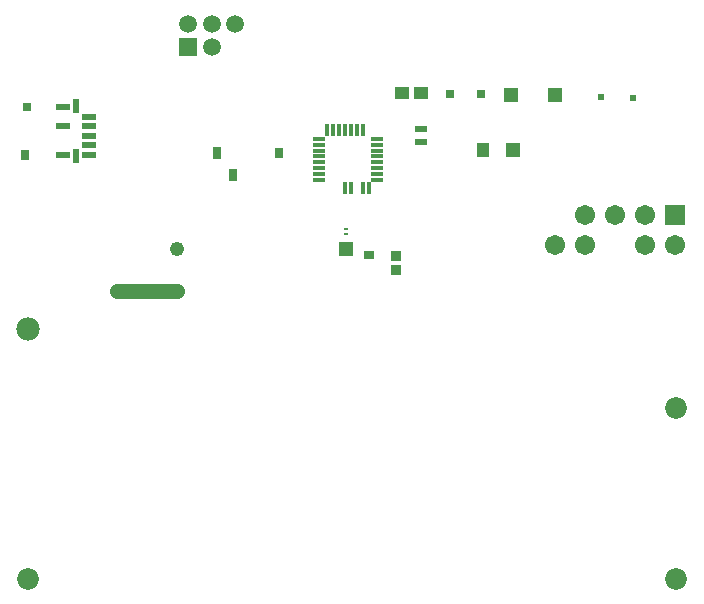
<source format=gts>
G04*
G04 #@! TF.GenerationSoftware,Altium Limited,Altium Designer,23.0.1 (38)*
G04*
G04 Layer_Color=8388736*
%FSLAX43Y43*%
%MOMM*%
G71*
G04*
G04 #@! TF.SameCoordinates,06591997-4E22-4AB0-80C0-D558F8CFEC8B*
G04*
G04*
G04 #@! TF.FilePolarity,Negative*
G04*
G01*
G75*
%ADD14R,0.800X1.000*%
%ADD15R,1.000X0.500*%
%ADD16R,1.145X0.550*%
%ADD17R,0.550X1.145*%
%ADD20R,0.400X0.210*%
%ADD21R,0.858X0.806*%
%ADD22R,1.158X1.012*%
%ADD23R,0.750X0.900*%
%ADD24R,0.700X0.650*%
%ADD26R,1.012X1.208*%
%ADD28R,0.700X0.650*%
%ADD29R,0.759X0.812*%
%ADD30R,0.520X0.520*%
%ADD31R,0.700X0.700*%
%ADD33R,0.812X0.759*%
%ADD34R,0.453X1.053*%
%ADD35R,1.053X0.453*%
%ADD36R,1.303X1.153*%
%ADD37R,1.253X1.153*%
%ADD38C,1.219*%
%ADD39C,1.270*%
%ADD40C,1.840*%
%ADD41C,1.980*%
%ADD42R,1.503X1.503*%
%ADD43C,1.503*%
%ADD44C,1.703*%
%ADD45R,1.703X1.703*%
D14*
X50862Y110374D02*
D03*
X52262Y108574D02*
D03*
D15*
X68199Y112437D02*
D03*
Y111337D02*
D03*
D16*
X37891Y114268D02*
D03*
Y112668D02*
D03*
Y110268D02*
D03*
X40086D02*
D03*
Y111068D02*
D03*
Y111868D02*
D03*
Y112668D02*
D03*
Y113468D02*
D03*
D17*
X38989Y110171D02*
D03*
Y114366D02*
D03*
D20*
X61849Y103979D02*
D03*
Y103539D02*
D03*
D21*
X66040Y101718D02*
D03*
Y100466D02*
D03*
D22*
X68199Y115443D02*
D03*
X66545D02*
D03*
D23*
X34636Y110236D02*
D03*
D24*
X34813Y114300D02*
D03*
D26*
X73406Y110617D02*
D03*
D28*
X70612Y115356D02*
D03*
D29*
X56134Y110363D02*
D03*
D30*
X86106Y115062D02*
D03*
X83439Y115100D02*
D03*
D31*
X73279Y115381D02*
D03*
D33*
X63762Y101727D02*
D03*
D34*
X60226Y112305D02*
D03*
X60726D02*
D03*
X61226D02*
D03*
X61726D02*
D03*
X62226D02*
D03*
X62726D02*
D03*
X63226D02*
D03*
X63726Y107405D02*
D03*
X63226D02*
D03*
X62226D02*
D03*
X61726D02*
D03*
D35*
X64426Y111605D02*
D03*
Y111105D02*
D03*
Y110605D02*
D03*
Y110105D02*
D03*
Y109605D02*
D03*
Y109105D02*
D03*
Y108605D02*
D03*
Y108105D02*
D03*
X59526D02*
D03*
Y108605D02*
D03*
Y109105D02*
D03*
Y109605D02*
D03*
Y110105D02*
D03*
Y110605D02*
D03*
Y111105D02*
D03*
Y111605D02*
D03*
D36*
X61849Y102235D02*
D03*
D37*
X75946Y110617D02*
D03*
X79502Y115279D02*
D03*
X75819Y115316D02*
D03*
D38*
X47498Y102235D02*
D03*
D39*
X42418Y98679D02*
X47498D01*
D40*
X89789Y88773D02*
D03*
X34929Y74353D02*
D03*
X89789D02*
D03*
D41*
X34929Y95503D02*
D03*
D42*
X48435Y119364D02*
D03*
D43*
Y121364D02*
D03*
X50435Y119364D02*
D03*
Y121364D02*
D03*
X52435D02*
D03*
D44*
X79502Y102616D02*
D03*
X82042D02*
D03*
Y105156D02*
D03*
X89662Y102616D02*
D03*
X87122Y105156D02*
D03*
Y102616D02*
D03*
X84582Y105156D02*
D03*
D45*
X89662D02*
D03*
M02*

</source>
